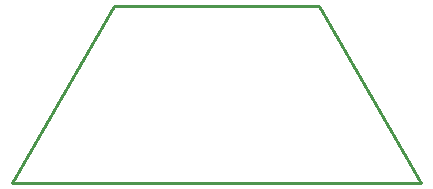
<source format=gbr>
G04 EAGLE Gerber RS-274X export*
G75*
%MOMM*%
%FSLAX34Y34*%
%LPD*%
%IN*%
%IPPOS*%
%AMOC8*
5,1,8,0,0,1.08239X$1,22.5*%
G01*
%ADD10C,0.254000*%


D10*
X-173200Y508D02*
X173200Y508D01*
X86600Y150508D01*
X-86600Y150508D01*
X-173200Y508D01*
M02*

</source>
